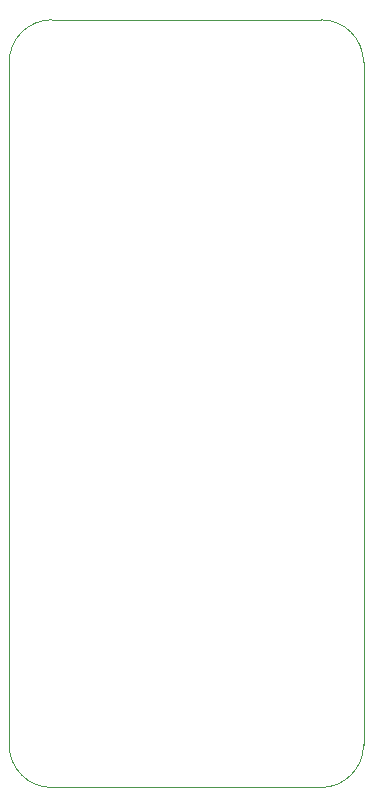
<source format=gbr>
%TF.GenerationSoftware,KiCad,Pcbnew,9.0.0*%
%TF.CreationDate,2025-04-06T00:06:35-05:00*%
%TF.ProjectId,RC-PCB,52432d50-4342-42e6-9b69-6361645f7063,rev?*%
%TF.SameCoordinates,Original*%
%TF.FileFunction,Profile,NP*%
%FSLAX46Y46*%
G04 Gerber Fmt 4.6, Leading zero omitted, Abs format (unit mm)*
G04 Created by KiCad (PCBNEW 9.0.0) date 2025-04-06 00:06:35*
%MOMM*%
%LPD*%
G01*
G04 APERTURE LIST*
%TA.AperFunction,Profile*%
%ADD10C,0.050000*%
%TD*%
G04 APERTURE END LIST*
D10*
X164305000Y-76875000D02*
X164305000Y-134675000D01*
X137905000Y-73275000D02*
X160705000Y-73275000D01*
X134305000Y-76875000D02*
G75*
G02*
X137905000Y-73275000I3600000J0D01*
G01*
X160705000Y-138275000D02*
X137905000Y-138275000D01*
X137905000Y-138275000D02*
G75*
G02*
X134305000Y-134675000I0J3600000D01*
G01*
X160705000Y-73275000D02*
G75*
G02*
X164305000Y-76875000I0J-3600000D01*
G01*
X164305000Y-134675000D02*
G75*
G02*
X160705000Y-138275000I-3600000J0D01*
G01*
X134305000Y-134675000D02*
X134305000Y-76875000D01*
M02*

</source>
